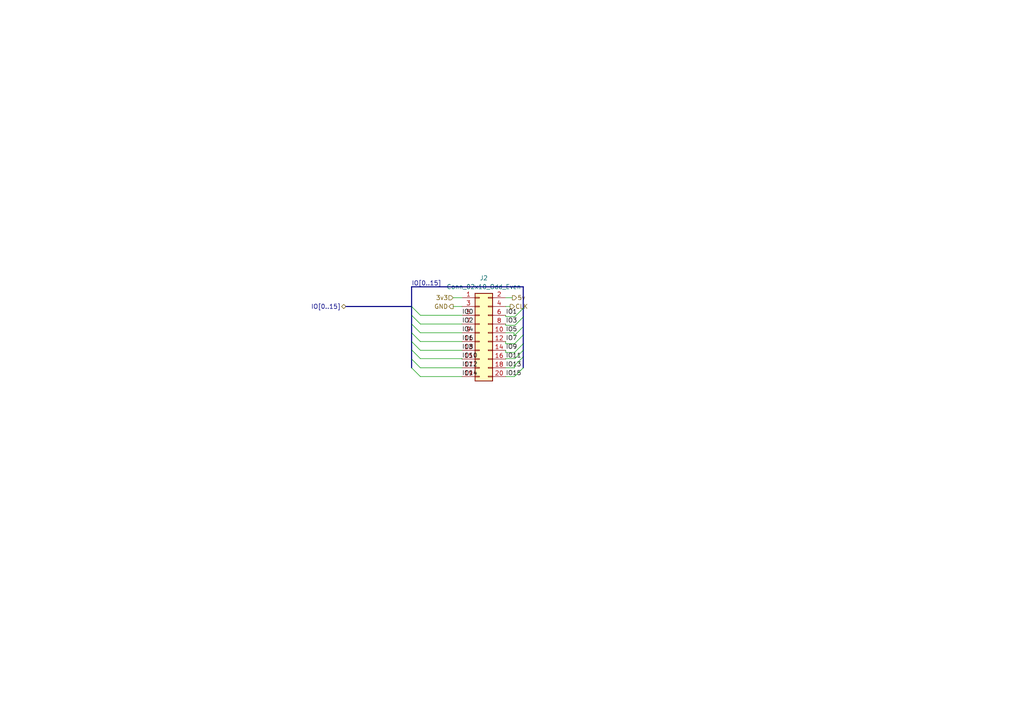
<source format=kicad_sch>
(kicad_sch (version 20231120) (generator "eeschema") (generator_version "8.0")
  (paper "A4")
  (lib_symbols
    (symbol "Connector_Generic:Conn_02x10_Odd_Even" (pin_names (offset 1.016) hide)
      (property "Reference" "J" (at 1.27 12.7 0))
      (property "Value" "Conn_02x10_Odd_Even" (at 1.27 -15.24 0))
      (symbol "Conn_02x10_Odd_Even_1_1"
        (rectangle (start -1.27 -12.573) (end 0 -12.827) (stroke (width 0.1524)))
        (rectangle (start -1.27 -10.033) (end 0 -10.287) (stroke (width 0.1524)))
        (rectangle (start -1.27 -7.493) (end 0 -7.747) (stroke (width 0.1524)))
        (rectangle (start -1.27 -4.953) (end 0 -5.207) (stroke (width 0.1524)))
        (rectangle (start -1.27 -2.413) (end 0 -2.667) (stroke (width 0.1524)))
        (rectangle (start -1.27 0.127) (end 0 -0.127) (stroke (width 0.1524)))
        (rectangle (start -1.27 2.667) (end 0 2.413) (stroke (width 0.1524)))
        (rectangle (start -1.27 5.207) (end 0 4.953) (stroke (width 0.1524)))
        (rectangle (start -1.27 7.747) (end 0 7.493) (stroke (width 0.1524)))
        (rectangle (start -1.27 10.287) (end 0 10.033) (stroke (width 0.1524)))
        (rectangle (start -1.27 11.43) (end 3.81 -13.97) (stroke (width 0.254)) (fill (type background)))
        (rectangle (start 3.81 -12.573) (end 2.54 -12.827) (stroke (width 0.1524)))
        (rectangle (start 3.81 -10.033) (end 2.54 -10.287) (stroke (width 0.1524)))
        (rectangle (start 3.81 -7.493) (end 2.54 -7.747) (stroke (width 0.1524)))
        (rectangle (start 3.81 -4.953) (end 2.54 -5.207) (stroke (width 0.1524)))
        (rectangle (start 3.81 -2.413) (end 2.54 -2.667) (stroke (width 0.1524)))
        (rectangle (start 3.81 0.127) (end 2.54 -0.127) (stroke (width 0.1524)))
        (rectangle (start 3.81 2.667) (end 2.54 2.413) (stroke (width 0.1524)))
        (rectangle (start 3.81 5.207) (end 2.54 4.953) (stroke (width 0.1524)))
        (rectangle (start 3.81 7.747) (end 2.54 7.493) (stroke (width 0.1524)))
        (rectangle (start 3.81 10.287) (end 2.54 10.033) (stroke (width 0.1524)))
        (pin passive line (at -5.08 10.16 0) (length 3.81) (name "Pin_1") (number "1"))
        (pin passive line (at 7.62 0 180) (length 3.81) (name "Pin_10") (number "10"))
        (pin passive line (at -5.08 -2.54 0) (length 3.81) (name "Pin_11") (number "11"))
        (pin passive line (at 7.62 -2.54 180) (length 3.81) (name "Pin_12") (number "12"))
        (pin passive line (at -5.08 -5.08 0) (length 3.81) (name "Pin_13") (number "13"))
        (pin passive line (at 7.62 -5.08 180) (length 3.81) (name "Pin_14") (number "14"))
        (pin passive line (at -5.08 -7.62 0) (length 3.81) (name "Pin_15") (number "15"))
        (pin passive line (at 7.62 -7.62 180) (length 3.81) (name "Pin_16") (number "16"))
        (pin passive line (at -5.08 -10.16 0) (length 3.81) (name "Pin_17") (number "17"))
        (pin passive line (at 7.62 -10.16 180) (length 3.81) (name "Pin_18") (number "18"))
        (pin passive line (at -5.08 -12.7 0) (length 3.81) (name "Pin_19") (number "19"))
        (pin passive line (at 7.62 10.16 180) (length 3.81) (name "Pin_2") (number "2"))
        (pin passive line (at 7.62 -12.7 180) (length 3.81) (name "Pin_20") (number "20"))
        (pin passive line (at -5.08 7.62 0) (length 3.81) (name "Pin_3") (number "3"))
        (pin passive line (at 7.62 7.62 180) (length 3.81) (name "Pin_4") (number "4"))
        (pin passive line (at -5.08 5.08 0) (length 3.81) (name "Pin_5") (number "5"))
        (pin passive line (at 7.62 5.08 180) (length 3.81) (name "Pin_6") (number "6"))
        (pin passive line (at -5.08 2.54 0) (length 3.81) (name "Pin_7") (number "7"))
        (pin passive line (at 7.62 2.54 180) (length 3.81) (name "Pin_8") (number "8"))
        (pin passive line (at -5.08 0 0) (length 3.81) (name "Pin_9") (number "9"))
      )
    )
  )
  (bus_entry (at 151.765 106.68) (size -2.54 2.54))
  (bus_entry (at 151.765 99.695) (size -2.54 2.54))
  (bus_entry (at 119.38 93.98) (size 2.54 2.54))
  (bus_entry (at 151.765 103.505) (size -2.54 2.54))
  (bus_entry (at 119.38 106.68) (size 2.54 2.54))
  (bus_entry (at 119.38 88.9) (size 2.54 2.54))
  (bus_entry (at 151.892 91.821) (size -2.54 2.54))
  (bus_entry (at 151.765 97.155) (size -2.54 2.54))
  (bus_entry (at 119.38 99.06) (size 2.54 2.54))
  (bus_entry (at 151.892 89.281) (size -2.54 2.54))
  (bus_entry (at 119.38 101.473) (size 2.54 2.54))
  (bus_entry (at 119.38 96.52) (size 2.54 2.54))
  (bus_entry (at 119.38 91.44) (size 2.54 2.54))
  (bus_entry (at 119.38 104.14) (size 2.54 2.54))
  (bus_entry (at 151.638 94.869) (size -2.54 2.54))
  (bus_entry (at 151.892 101.473) (size -2.54 2.54))
  (wire (pts (xy 149.225 106.045) (xy 149.225 106.68)))
  (bus (pts (xy 100.33 88.9) (xy 119.38 88.9)))
  (bus (pts (xy 119.38 101.473) (xy 119.38 104.14)))
  (bus (pts (xy 119.38 83.185) (xy 151.765 83.185)))
  (bus (pts (xy 151.765 97.155) (xy 151.765 99.695)))
  (wire (pts (xy 131.445 86.36) (xy 133.985 86.36)))
  (wire (pts (xy 133.985 104.013) (xy 133.985 104.14)))
  (bus (pts (xy 119.38 93.98) (xy 119.38 96.52)))
  (wire (pts (xy 146.685 94.361) (xy 146.685 93.98)))
  (bus (pts (xy 119.38 91.44) (xy 119.38 93.98)))
  (wire (pts (xy 149.352 94.361) (xy 146.685 94.361)))
  (wire (pts (xy 121.92 104.013) (xy 133.985 104.013)))
  (wire (pts (xy 146.685 99.695) (xy 146.685 99.06)))
  (wire (pts (xy 146.685 88.9) (xy 147.955 88.9)))
  (wire (pts (xy 131.445 88.9) (xy 133.985 88.9)))
  (wire (pts (xy 149.225 102.235) (xy 146.685 102.235)))
  (wire (pts (xy 121.92 106.68) (xy 133.985 106.68)))
  (wire (pts (xy 146.685 86.36) (xy 148.59 86.36)))
  (wire (pts (xy 121.92 93.98) (xy 133.985 93.98)))
  (wire (pts (xy 149.225 106.68) (xy 146.685 106.68)))
  (bus (pts (xy 119.38 99.06) (xy 119.38 101.473)))
  (wire (pts (xy 121.92 99.06) (xy 133.985 99.06)))
  (wire (pts (xy 149.098 97.409) (xy 149.098 96.52)))
  (wire (pts (xy 149.352 91.821) (xy 146.685 91.821)))
  (bus (pts (xy 119.38 104.14) (xy 119.38 106.68)))
  (bus (pts (xy 151.765 83.185) (xy 151.765 97.155)))
  (bus (pts (xy 151.765 99.695) (xy 151.765 103.505)))
  (wire (pts (xy 146.685 109.22) (xy 149.225 109.22)))
  (wire (pts (xy 146.685 102.235) (xy 146.685 101.6)))
  (wire (pts (xy 121.92 109.22) (xy 133.985 109.22)))
  (wire (pts (xy 146.685 91.821) (xy 146.685 91.44)))
  (wire (pts (xy 121.92 96.52) (xy 133.985 96.52)))
  (bus (pts (xy 119.38 88.9) (xy 119.38 91.44)))
  (wire (pts (xy 149.352 104.013) (xy 146.685 104.013)))
  (bus (pts (xy 151.765 103.505) (xy 151.765 106.68)))
  (wire (pts (xy 121.92 91.44) (xy 133.985 91.44)))
  (bus (pts (xy 119.38 83.185) (xy 119.38 88.9)))
  (wire (pts (xy 121.92 101.6) (xy 133.985 101.6)))
  (wire (pts (xy 146.685 104.013) (xy 146.685 104.14)))
  (wire (pts (xy 149.098 96.52) (xy 146.685 96.52)))
  (bus (pts (xy 119.38 96.52) (xy 119.38 99.06)))
  (wire (pts (xy 149.225 99.695) (xy 146.685 99.695)))
  (label "IO[0..15]" (at 119.38 83.185 0))
  (label "IO4" (at 133.985 96.52 0))
  (label "IO5" (at 146.685 96.52 0))
  (label "IO1" (at 146.685 91.44 0))
  (label "IO8" (at 133.985 101.6 0))
  (label "IO0" (at 133.985 91.44 0))
  (label "IO13" (at 146.685 106.68 0))
  (label "IO12" (at 133.985 106.68 0))
  (label "IO11" (at 146.685 104.14 0))
  (label "IO6" (at 133.985 99.06 0))
  (label "IO9" (at 146.685 101.6 0))
  (label "IO10" (at 133.985 104.14 0))
  (label "IO7" (at 146.685 99.06 0))
  (label "IO15" (at 146.685 109.22 0))
  (label "IO3" (at 146.685 93.98 0))
  (label "IO14" (at 133.985 109.22 0))
  (label "IO2" (at 133.985 93.98 0))
  (hierarchical_label "5v" (shape output) (at 148.59 86.36 0))
  (hierarchical_label "GND" (shape output) (at 131.445 88.9 180))
  (hierarchical_label "3v3" (shape input) (at 131.445 86.36 180))
  (hierarchical_label "IO[0..15]" (shape tri_state) (at 100.33 88.9 180))
  (hierarchical_label "CLK" (shape output) (at 147.955 88.9 0))
  (symbol (lib_id "Connector_Generic:Conn_02x10_Odd_Even") (at 139.065 96.52 0) (unit 1)
    (property "Reference" "J2" (at 140.335 80.645 0))
    (property "Value" "Conn_02x10_Odd_Even" (at 140.335 83.185 0))
    (property "Footprint" "Connector_IDC:IDC-Header_2x10_P2.54mm_Vertical" (effects (hide yes)))
    (property "Description" "Generic connector, double row, 02x10, odd/even pin numbering scheme (row 1 odd numbers, row 2 even numbers), script generated (kicad-library-utils/schlib/autogen/connector/)" (effects (hide yes)))
  )
)
</source>
